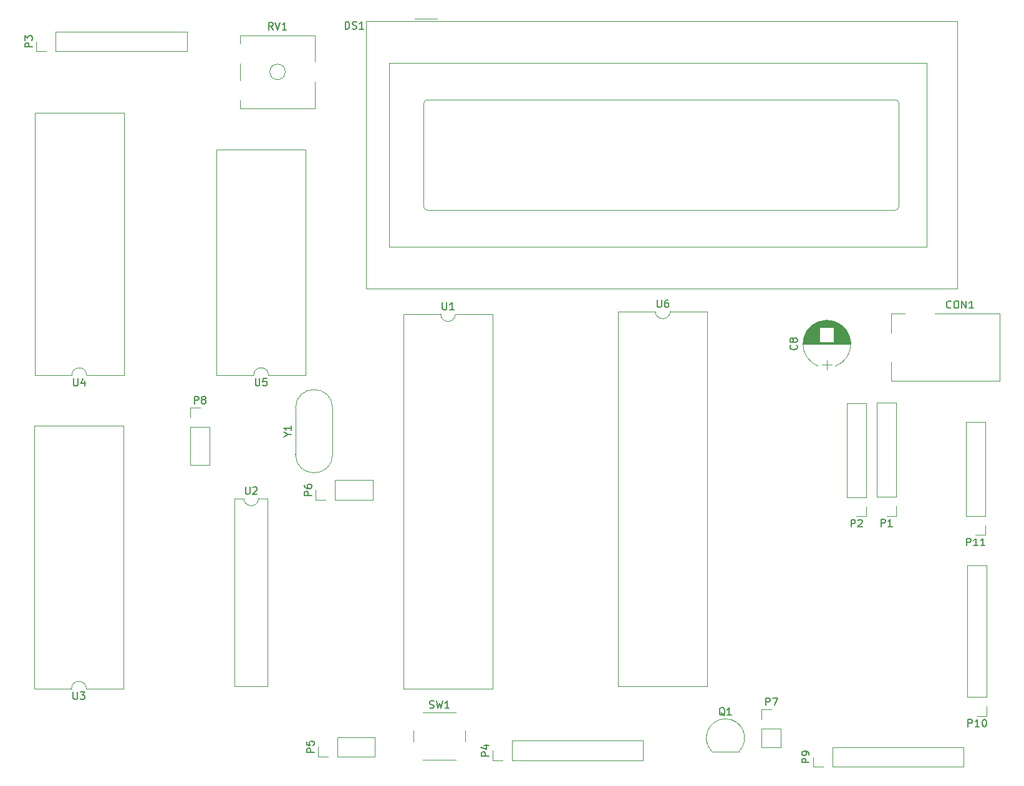
<source format=gto>
G04 #@! TF.FileFunction,Legend,Top*
%FSLAX46Y46*%
G04 Gerber Fmt 4.6, Leading zero omitted, Abs format (unit mm)*
G04 Created by KiCad (PCBNEW 4.0.4-stable) date 01/15/23 21:29:53*
%MOMM*%
%LPD*%
G01*
G04 APERTURE LIST*
%ADD10C,0.100000*%
%ADD11C,0.120000*%
%ADD12C,0.150000*%
G04 APERTURE END LIST*
D10*
D11*
X143829464Y-91236180D02*
G75*
G03X143828600Y-97271482I1179136J-3017820D01*
G01*
X146187736Y-91236180D02*
G75*
G02X146188600Y-97271482I-1179136J-3017820D01*
G01*
X146187736Y-91236180D02*
G75*
G03X143828600Y-91236518I-1179136J-3017820D01*
G01*
X141808600Y-94254000D02*
X148208600Y-94254000D01*
X141808600Y-94214000D02*
X148208600Y-94214000D01*
X141808600Y-94174000D02*
X148208600Y-94174000D01*
X141810600Y-94134000D02*
X148206600Y-94134000D01*
X141811600Y-94094000D02*
X148205600Y-94094000D01*
X141814600Y-94054000D02*
X148202600Y-94054000D01*
X141816600Y-94014000D02*
X148200600Y-94014000D01*
X141820600Y-93974000D02*
X144028600Y-93974000D01*
X145988600Y-93974000D02*
X148196600Y-93974000D01*
X141823600Y-93934000D02*
X144028600Y-93934000D01*
X145988600Y-93934000D02*
X148193600Y-93934000D01*
X141828600Y-93894000D02*
X144028600Y-93894000D01*
X145988600Y-93894000D02*
X148188600Y-93894000D01*
X141832600Y-93854000D02*
X144028600Y-93854000D01*
X145988600Y-93854000D02*
X148184600Y-93854000D01*
X141838600Y-93814000D02*
X144028600Y-93814000D01*
X145988600Y-93814000D02*
X148178600Y-93814000D01*
X141843600Y-93774000D02*
X144028600Y-93774000D01*
X145988600Y-93774000D02*
X148173600Y-93774000D01*
X141850600Y-93734000D02*
X144028600Y-93734000D01*
X145988600Y-93734000D02*
X148166600Y-93734000D01*
X141856600Y-93694000D02*
X144028600Y-93694000D01*
X145988600Y-93694000D02*
X148160600Y-93694000D01*
X141864600Y-93654000D02*
X144028600Y-93654000D01*
X145988600Y-93654000D02*
X148152600Y-93654000D01*
X141871600Y-93614000D02*
X144028600Y-93614000D01*
X145988600Y-93614000D02*
X148145600Y-93614000D01*
X141880600Y-93574000D02*
X144028600Y-93574000D01*
X145988600Y-93574000D02*
X148136600Y-93574000D01*
X141889600Y-93533000D02*
X144028600Y-93533000D01*
X145988600Y-93533000D02*
X148127600Y-93533000D01*
X141898600Y-93493000D02*
X144028600Y-93493000D01*
X145988600Y-93493000D02*
X148118600Y-93493000D01*
X141908600Y-93453000D02*
X144028600Y-93453000D01*
X145988600Y-93453000D02*
X148108600Y-93453000D01*
X141918600Y-93413000D02*
X144028600Y-93413000D01*
X145988600Y-93413000D02*
X148098600Y-93413000D01*
X141929600Y-93373000D02*
X144028600Y-93373000D01*
X145988600Y-93373000D02*
X148087600Y-93373000D01*
X141941600Y-93333000D02*
X144028600Y-93333000D01*
X145988600Y-93333000D02*
X148075600Y-93333000D01*
X141953600Y-93293000D02*
X144028600Y-93293000D01*
X145988600Y-93293000D02*
X148063600Y-93293000D01*
X141966600Y-93253000D02*
X144028600Y-93253000D01*
X145988600Y-93253000D02*
X148050600Y-93253000D01*
X141979600Y-93213000D02*
X144028600Y-93213000D01*
X145988600Y-93213000D02*
X148037600Y-93213000D01*
X141993600Y-93173000D02*
X144028600Y-93173000D01*
X145988600Y-93173000D02*
X148023600Y-93173000D01*
X142007600Y-93133000D02*
X144028600Y-93133000D01*
X145988600Y-93133000D02*
X148009600Y-93133000D01*
X142022600Y-93093000D02*
X144028600Y-93093000D01*
X145988600Y-93093000D02*
X147994600Y-93093000D01*
X142038600Y-93053000D02*
X144028600Y-93053000D01*
X145988600Y-93053000D02*
X147978600Y-93053000D01*
X142054600Y-93013000D02*
X144028600Y-93013000D01*
X145988600Y-93013000D02*
X147962600Y-93013000D01*
X142071600Y-92973000D02*
X144028600Y-92973000D01*
X145988600Y-92973000D02*
X147945600Y-92973000D01*
X142089600Y-92933000D02*
X144028600Y-92933000D01*
X145988600Y-92933000D02*
X147927600Y-92933000D01*
X142107600Y-92893000D02*
X144028600Y-92893000D01*
X145988600Y-92893000D02*
X147909600Y-92893000D01*
X142126600Y-92853000D02*
X144028600Y-92853000D01*
X145988600Y-92853000D02*
X147890600Y-92853000D01*
X142145600Y-92813000D02*
X144028600Y-92813000D01*
X145988600Y-92813000D02*
X147871600Y-92813000D01*
X142165600Y-92773000D02*
X144028600Y-92773000D01*
X145988600Y-92773000D02*
X147851600Y-92773000D01*
X142186600Y-92733000D02*
X144028600Y-92733000D01*
X145988600Y-92733000D02*
X147830600Y-92733000D01*
X142208600Y-92693000D02*
X144028600Y-92693000D01*
X145988600Y-92693000D02*
X147808600Y-92693000D01*
X142230600Y-92653000D02*
X144028600Y-92653000D01*
X145988600Y-92653000D02*
X147786600Y-92653000D01*
X142253600Y-92613000D02*
X144028600Y-92613000D01*
X145988600Y-92613000D02*
X147763600Y-92613000D01*
X142277600Y-92573000D02*
X144028600Y-92573000D01*
X145988600Y-92573000D02*
X147739600Y-92573000D01*
X142302600Y-92533000D02*
X144028600Y-92533000D01*
X145988600Y-92533000D02*
X147714600Y-92533000D01*
X142327600Y-92493000D02*
X144028600Y-92493000D01*
X145988600Y-92493000D02*
X147689600Y-92493000D01*
X142354600Y-92453000D02*
X144028600Y-92453000D01*
X145988600Y-92453000D02*
X147662600Y-92453000D01*
X142381600Y-92413000D02*
X144028600Y-92413000D01*
X145988600Y-92413000D02*
X147635600Y-92413000D01*
X142409600Y-92373000D02*
X144028600Y-92373000D01*
X145988600Y-92373000D02*
X147607600Y-92373000D01*
X142438600Y-92333000D02*
X144028600Y-92333000D01*
X145988600Y-92333000D02*
X147578600Y-92333000D01*
X142468600Y-92293000D02*
X144028600Y-92293000D01*
X145988600Y-92293000D02*
X147548600Y-92293000D01*
X142498600Y-92253000D02*
X144028600Y-92253000D01*
X145988600Y-92253000D02*
X147518600Y-92253000D01*
X142530600Y-92213000D02*
X144028600Y-92213000D01*
X145988600Y-92213000D02*
X147486600Y-92213000D01*
X142563600Y-92173000D02*
X144028600Y-92173000D01*
X145988600Y-92173000D02*
X147453600Y-92173000D01*
X142597600Y-92133000D02*
X144028600Y-92133000D01*
X145988600Y-92133000D02*
X147419600Y-92133000D01*
X142633600Y-92093000D02*
X144028600Y-92093000D01*
X145988600Y-92093000D02*
X147383600Y-92093000D01*
X142669600Y-92053000D02*
X144028600Y-92053000D01*
X145988600Y-92053000D02*
X147347600Y-92053000D01*
X142707600Y-92013000D02*
X147309600Y-92013000D01*
X142746600Y-91973000D02*
X147270600Y-91973000D01*
X142786600Y-91933000D02*
X147230600Y-91933000D01*
X142828600Y-91893000D02*
X147188600Y-91893000D01*
X142871600Y-91853000D02*
X147145600Y-91853000D01*
X142916600Y-91813000D02*
X147100600Y-91813000D01*
X142963600Y-91773000D02*
X147053600Y-91773000D01*
X143011600Y-91733000D02*
X147005600Y-91733000D01*
X143062600Y-91693000D02*
X146954600Y-91693000D01*
X143114600Y-91653000D02*
X146902600Y-91653000D01*
X143169600Y-91613000D02*
X146847600Y-91613000D01*
X143227600Y-91573000D02*
X146789600Y-91573000D01*
X143287600Y-91533000D02*
X146729600Y-91533000D01*
X143350600Y-91493000D02*
X146666600Y-91493000D01*
X143417600Y-91453000D02*
X146599600Y-91453000D01*
X143488600Y-91413000D02*
X146528600Y-91413000D01*
X143563600Y-91373000D02*
X146453600Y-91373000D01*
X143644600Y-91333000D02*
X146372600Y-91333000D01*
X143730600Y-91293000D02*
X146286600Y-91293000D01*
X143824600Y-91253000D02*
X146192600Y-91253000D01*
X143927600Y-91213000D02*
X146089600Y-91213000D01*
X144042600Y-91173000D02*
X145974600Y-91173000D01*
X144174600Y-91133000D02*
X145842600Y-91133000D01*
X144332600Y-91093000D02*
X145684600Y-91093000D01*
X144540600Y-91053000D02*
X145476600Y-91053000D01*
X145008600Y-97704000D02*
X145008600Y-96504000D01*
X144358600Y-97104000D02*
X145658600Y-97104000D01*
X159635200Y-90091200D02*
X168435200Y-90091200D01*
X168435200Y-90091200D02*
X168435200Y-99291200D01*
X153735200Y-92791200D02*
X153735200Y-90091200D01*
X153735200Y-90091200D02*
X155635200Y-90091200D01*
X168435200Y-99291200D02*
X153735200Y-99291200D01*
X153735200Y-99291200D02*
X153735200Y-96691200D01*
X82436400Y-86726000D02*
X162716400Y-86726000D01*
X162716400Y-86726000D02*
X162716400Y-50446000D01*
X162716400Y-50446000D02*
X83236400Y-50446000D01*
X82436400Y-50446000D02*
X82436400Y-86726000D01*
X82446400Y-50446000D02*
X83236400Y-50446000D01*
X89076400Y-50086000D02*
X92076400Y-50086000D01*
X90776400Y-61086000D02*
X154276400Y-61086000D01*
X90276680Y-75585320D02*
X90276680Y-61586000D01*
X154277060Y-76086000D02*
X90776400Y-76086000D01*
X154776400Y-61586000D02*
X154776400Y-75586000D01*
X154776400Y-61586000D02*
G75*
G03X154276400Y-61086000I-500000J0D01*
G01*
X154277060Y-76085700D02*
G75*
G03X154777440Y-75585320I0J500380D01*
G01*
X90276680Y-75585320D02*
G75*
G03X90777060Y-76085700I500380J0D01*
G01*
X90777060Y-61084460D02*
G75*
G03X90276680Y-61584840I0J-500380D01*
G01*
X85576400Y-56086000D02*
X158576400Y-56086000D01*
X158576400Y-56086000D02*
X158576400Y-81086000D01*
X158576400Y-81086000D02*
X85576400Y-81086000D01*
X85576400Y-81086000D02*
X85576400Y-56086000D01*
X154441200Y-102251200D02*
X151781200Y-102251200D01*
X154441200Y-115011200D02*
X154441200Y-102251200D01*
X151781200Y-115011200D02*
X151781200Y-102251200D01*
X154441200Y-115011200D02*
X151781200Y-115011200D01*
X154441200Y-116281200D02*
X154441200Y-117611200D01*
X154441200Y-117611200D02*
X153111200Y-117611200D01*
X150351800Y-102302000D02*
X147691800Y-102302000D01*
X150351800Y-115062000D02*
X150351800Y-102302000D01*
X147691800Y-115062000D02*
X147691800Y-102302000D01*
X150351800Y-115062000D02*
X147691800Y-115062000D01*
X150351800Y-116332000D02*
X150351800Y-117662000D01*
X150351800Y-117662000D02*
X149021800Y-117662000D01*
X58124400Y-54517600D02*
X58124400Y-51857600D01*
X40284400Y-54517600D02*
X58124400Y-54517600D01*
X40284400Y-51857600D02*
X58124400Y-51857600D01*
X40284400Y-54517600D02*
X40284400Y-51857600D01*
X39014400Y-54517600D02*
X37684400Y-54517600D01*
X37684400Y-54517600D02*
X37684400Y-53187600D01*
X120075000Y-150809000D02*
X120075000Y-148149000D01*
X102235000Y-150809000D02*
X120075000Y-150809000D01*
X102235000Y-148149000D02*
X120075000Y-148149000D01*
X102235000Y-150809000D02*
X102235000Y-148149000D01*
X100965000Y-150809000D02*
X99635000Y-150809000D01*
X99635000Y-150809000D02*
X99635000Y-149479000D01*
X83676800Y-150326400D02*
X83676800Y-147666400D01*
X78536800Y-150326400D02*
X83676800Y-150326400D01*
X78536800Y-147666400D02*
X83676800Y-147666400D01*
X78536800Y-150326400D02*
X78536800Y-147666400D01*
X77266800Y-150326400D02*
X75936800Y-150326400D01*
X75936800Y-150326400D02*
X75936800Y-148996400D01*
X83372000Y-115426800D02*
X83372000Y-112766800D01*
X78232000Y-115426800D02*
X83372000Y-115426800D01*
X78232000Y-112766800D02*
X83372000Y-112766800D01*
X78232000Y-115426800D02*
X78232000Y-112766800D01*
X76962000Y-115426800D02*
X75632000Y-115426800D01*
X75632000Y-115426800D02*
X75632000Y-114096800D01*
X136134800Y-149081800D02*
X138794800Y-149081800D01*
X136134800Y-146481800D02*
X136134800Y-149081800D01*
X138794800Y-146481800D02*
X138794800Y-149081800D01*
X136134800Y-146481800D02*
X138794800Y-146481800D01*
X136134800Y-145211800D02*
X136134800Y-143881800D01*
X136134800Y-143881800D02*
X137464800Y-143881800D01*
X58563200Y-110677000D02*
X61223200Y-110677000D01*
X58563200Y-105537000D02*
X58563200Y-110677000D01*
X61223200Y-105537000D02*
X61223200Y-110677000D01*
X58563200Y-105537000D02*
X61223200Y-105537000D01*
X58563200Y-104267000D02*
X58563200Y-102937000D01*
X58563200Y-102937000D02*
X59893200Y-102937000D01*
X163585200Y-151698000D02*
X163585200Y-149038000D01*
X145745200Y-151698000D02*
X163585200Y-151698000D01*
X145745200Y-149038000D02*
X163585200Y-149038000D01*
X145745200Y-151698000D02*
X145745200Y-149038000D01*
X144475200Y-151698000D02*
X143145200Y-151698000D01*
X143145200Y-151698000D02*
X143145200Y-150368000D01*
X166734800Y-124349200D02*
X164074800Y-124349200D01*
X166734800Y-142189200D02*
X166734800Y-124349200D01*
X164074800Y-142189200D02*
X164074800Y-124349200D01*
X166734800Y-142189200D02*
X164074800Y-142189200D01*
X166734800Y-143459200D02*
X166734800Y-144789200D01*
X166734800Y-144789200D02*
X165404800Y-144789200D01*
X166531600Y-104842000D02*
X163871600Y-104842000D01*
X166531600Y-117602000D02*
X166531600Y-104842000D01*
X163871600Y-117602000D02*
X163871600Y-104842000D01*
X166531600Y-117602000D02*
X163871600Y-117602000D01*
X166531600Y-118872000D02*
X166531600Y-120202000D01*
X166531600Y-120202000D02*
X165201600Y-120202000D01*
X129441800Y-149627200D02*
X133041800Y-149627200D01*
X129403322Y-149615678D02*
G75*
G02X131241800Y-145177200I1838478J1838478D01*
G01*
X133080278Y-149615678D02*
G75*
G03X131241800Y-145177200I-1838478J1838478D01*
G01*
X71480400Y-57291600D02*
G75*
G03X71480400Y-57291600I-1050000J0D01*
G01*
X65370400Y-52330600D02*
X75490400Y-52330600D01*
X65370400Y-62251600D02*
X75490400Y-62251600D01*
X65370400Y-52330600D02*
X65370400Y-53426600D01*
X65370400Y-56156600D02*
X65370400Y-58426600D01*
X65370400Y-61156600D02*
X65370400Y-62251600D01*
X75490400Y-52330600D02*
X75490400Y-55926600D01*
X75490400Y-58656600D02*
X75490400Y-62251600D01*
X90154000Y-150788000D02*
X94654000Y-150788000D01*
X88904000Y-146788000D02*
X88904000Y-148288000D01*
X94654000Y-144288000D02*
X90154000Y-144288000D01*
X95904000Y-148288000D02*
X95904000Y-146788000D01*
X94573600Y-90186200D02*
G75*
G02X92573600Y-90186200I-1000000J0D01*
G01*
X92573600Y-90186200D02*
X87513600Y-90186200D01*
X87513600Y-90186200D02*
X87513600Y-141106200D01*
X87513600Y-141106200D02*
X99633600Y-141106200D01*
X99633600Y-141106200D02*
X99633600Y-90186200D01*
X99633600Y-90186200D02*
X94573600Y-90186200D01*
X67852800Y-115230600D02*
G75*
G02X65852800Y-115230600I-1000000J0D01*
G01*
X65852800Y-115230600D02*
X64602800Y-115230600D01*
X64602800Y-115230600D02*
X64602800Y-140750600D01*
X64602800Y-140750600D02*
X69102800Y-140750600D01*
X69102800Y-140750600D02*
X69102800Y-115230600D01*
X69102800Y-115230600D02*
X67852800Y-115230600D01*
X42459400Y-141080800D02*
G75*
G02X44459400Y-141080800I1000000J0D01*
G01*
X44459400Y-141080800D02*
X49519400Y-141080800D01*
X49519400Y-141080800D02*
X49519400Y-105400800D01*
X49519400Y-105400800D02*
X37399400Y-105400800D01*
X37399400Y-105400800D02*
X37399400Y-141080800D01*
X37399400Y-141080800D02*
X42459400Y-141080800D01*
X42510200Y-98510400D02*
G75*
G02X44510200Y-98510400I1000000J0D01*
G01*
X44510200Y-98510400D02*
X49570200Y-98510400D01*
X49570200Y-98510400D02*
X49570200Y-62830400D01*
X49570200Y-62830400D02*
X37450200Y-62830400D01*
X37450200Y-62830400D02*
X37450200Y-98510400D01*
X37450200Y-98510400D02*
X42510200Y-98510400D01*
X67199000Y-98485000D02*
G75*
G02X69199000Y-98485000I1000000J0D01*
G01*
X69199000Y-98485000D02*
X74259000Y-98485000D01*
X74259000Y-98485000D02*
X74259000Y-67885000D01*
X74259000Y-67885000D02*
X62139000Y-67885000D01*
X62139000Y-67885000D02*
X62139000Y-98485000D01*
X62139000Y-98485000D02*
X67199000Y-98485000D01*
X123732800Y-89830600D02*
G75*
G02X121732800Y-89830600I-1000000J0D01*
G01*
X121732800Y-89830600D02*
X116672800Y-89830600D01*
X116672800Y-89830600D02*
X116672800Y-140750600D01*
X116672800Y-140750600D02*
X128792800Y-140750600D01*
X128792800Y-140750600D02*
X128792800Y-89830600D01*
X128792800Y-89830600D02*
X123732800Y-89830600D01*
X72862200Y-109234600D02*
X72862200Y-102984600D01*
X77912200Y-109234600D02*
X77912200Y-102984600D01*
X77912200Y-109234600D02*
G75*
G02X72862200Y-109234600I-2525000J0D01*
G01*
X77912200Y-102984600D02*
G75*
G03X72862200Y-102984600I-2525000J0D01*
G01*
D12*
X140905743Y-94420666D02*
X140953362Y-94468285D01*
X141000981Y-94611142D01*
X141000981Y-94706380D01*
X140953362Y-94849238D01*
X140858124Y-94944476D01*
X140762886Y-94992095D01*
X140572410Y-95039714D01*
X140429552Y-95039714D01*
X140239076Y-94992095D01*
X140143838Y-94944476D01*
X140048600Y-94849238D01*
X140000981Y-94706380D01*
X140000981Y-94611142D01*
X140048600Y-94468285D01*
X140096219Y-94420666D01*
X140429552Y-93849238D02*
X140381933Y-93944476D01*
X140334314Y-93992095D01*
X140239076Y-94039714D01*
X140191457Y-94039714D01*
X140096219Y-93992095D01*
X140048600Y-93944476D01*
X140000981Y-93849238D01*
X140000981Y-93658761D01*
X140048600Y-93563523D01*
X140096219Y-93515904D01*
X140191457Y-93468285D01*
X140239076Y-93468285D01*
X140334314Y-93515904D01*
X140381933Y-93563523D01*
X140429552Y-93658761D01*
X140429552Y-93849238D01*
X140477171Y-93944476D01*
X140524790Y-93992095D01*
X140620029Y-94039714D01*
X140810505Y-94039714D01*
X140905743Y-93992095D01*
X140953362Y-93944476D01*
X141000981Y-93849238D01*
X141000981Y-93658761D01*
X140953362Y-93563523D01*
X140905743Y-93515904D01*
X140810505Y-93468285D01*
X140620029Y-93468285D01*
X140524790Y-93515904D01*
X140477171Y-93563523D01*
X140429552Y-93658761D01*
X161870915Y-89298343D02*
X161823296Y-89345962D01*
X161680439Y-89393581D01*
X161585201Y-89393581D01*
X161442343Y-89345962D01*
X161347105Y-89250724D01*
X161299486Y-89155486D01*
X161251867Y-88965010D01*
X161251867Y-88822152D01*
X161299486Y-88631676D01*
X161347105Y-88536438D01*
X161442343Y-88441200D01*
X161585201Y-88393581D01*
X161680439Y-88393581D01*
X161823296Y-88441200D01*
X161870915Y-88488819D01*
X162489962Y-88393581D02*
X162680439Y-88393581D01*
X162775677Y-88441200D01*
X162870915Y-88536438D01*
X162918534Y-88726914D01*
X162918534Y-89060248D01*
X162870915Y-89250724D01*
X162775677Y-89345962D01*
X162680439Y-89393581D01*
X162489962Y-89393581D01*
X162394724Y-89345962D01*
X162299486Y-89250724D01*
X162251867Y-89060248D01*
X162251867Y-88726914D01*
X162299486Y-88536438D01*
X162394724Y-88441200D01*
X162489962Y-88393581D01*
X163347105Y-89393581D02*
X163347105Y-88393581D01*
X163918534Y-89393581D01*
X163918534Y-88393581D01*
X164918534Y-89393581D02*
X164347105Y-89393581D01*
X164632819Y-89393581D02*
X164632819Y-88393581D01*
X164537581Y-88536438D01*
X164442343Y-88631676D01*
X164347105Y-88679295D01*
X79633914Y-51480981D02*
X79633914Y-50480981D01*
X79872009Y-50480981D01*
X80014867Y-50528600D01*
X80110105Y-50623838D01*
X80157724Y-50719076D01*
X80205343Y-50909552D01*
X80205343Y-51052410D01*
X80157724Y-51242886D01*
X80110105Y-51338124D01*
X80014867Y-51433362D01*
X79872009Y-51480981D01*
X79633914Y-51480981D01*
X80586295Y-51433362D02*
X80729152Y-51480981D01*
X80967248Y-51480981D01*
X81062486Y-51433362D01*
X81110105Y-51385743D01*
X81157724Y-51290505D01*
X81157724Y-51195267D01*
X81110105Y-51100029D01*
X81062486Y-51052410D01*
X80967248Y-51004790D01*
X80776771Y-50957171D01*
X80681533Y-50909552D01*
X80633914Y-50861933D01*
X80586295Y-50766695D01*
X80586295Y-50671457D01*
X80633914Y-50576219D01*
X80681533Y-50528600D01*
X80776771Y-50480981D01*
X81014867Y-50480981D01*
X81157724Y-50528600D01*
X82110105Y-51480981D02*
X81538676Y-51480981D01*
X81824390Y-51480981D02*
X81824390Y-50480981D01*
X81729152Y-50623838D01*
X81633914Y-50719076D01*
X81538676Y-50766695D01*
X152373105Y-119063581D02*
X152373105Y-118063581D01*
X152754058Y-118063581D01*
X152849296Y-118111200D01*
X152896915Y-118158819D01*
X152944534Y-118254057D01*
X152944534Y-118396914D01*
X152896915Y-118492152D01*
X152849296Y-118539771D01*
X152754058Y-118587390D01*
X152373105Y-118587390D01*
X153896915Y-119063581D02*
X153325486Y-119063581D01*
X153611200Y-119063581D02*
X153611200Y-118063581D01*
X153515962Y-118206438D01*
X153420724Y-118301676D01*
X153325486Y-118349295D01*
X148283705Y-119114381D02*
X148283705Y-118114381D01*
X148664658Y-118114381D01*
X148759896Y-118162000D01*
X148807515Y-118209619D01*
X148855134Y-118304857D01*
X148855134Y-118447714D01*
X148807515Y-118542952D01*
X148759896Y-118590571D01*
X148664658Y-118638190D01*
X148283705Y-118638190D01*
X149236086Y-118209619D02*
X149283705Y-118162000D01*
X149378943Y-118114381D01*
X149617039Y-118114381D01*
X149712277Y-118162000D01*
X149759896Y-118209619D01*
X149807515Y-118304857D01*
X149807515Y-118400095D01*
X149759896Y-118542952D01*
X149188467Y-119114381D01*
X149807515Y-119114381D01*
X37136781Y-53925695D02*
X36136781Y-53925695D01*
X36136781Y-53544742D01*
X36184400Y-53449504D01*
X36232019Y-53401885D01*
X36327257Y-53354266D01*
X36470114Y-53354266D01*
X36565352Y-53401885D01*
X36612971Y-53449504D01*
X36660590Y-53544742D01*
X36660590Y-53925695D01*
X36136781Y-53020933D02*
X36136781Y-52401885D01*
X36517733Y-52735219D01*
X36517733Y-52592361D01*
X36565352Y-52497123D01*
X36612971Y-52449504D01*
X36708210Y-52401885D01*
X36946305Y-52401885D01*
X37041543Y-52449504D01*
X37089162Y-52497123D01*
X37136781Y-52592361D01*
X37136781Y-52878076D01*
X37089162Y-52973314D01*
X37041543Y-53020933D01*
X99087381Y-150217095D02*
X98087381Y-150217095D01*
X98087381Y-149836142D01*
X98135000Y-149740904D01*
X98182619Y-149693285D01*
X98277857Y-149645666D01*
X98420714Y-149645666D01*
X98515952Y-149693285D01*
X98563571Y-149740904D01*
X98611190Y-149836142D01*
X98611190Y-150217095D01*
X98420714Y-148788523D02*
X99087381Y-148788523D01*
X98039762Y-149026619D02*
X98754048Y-149264714D01*
X98754048Y-148645666D01*
X75389181Y-149734495D02*
X74389181Y-149734495D01*
X74389181Y-149353542D01*
X74436800Y-149258304D01*
X74484419Y-149210685D01*
X74579657Y-149163066D01*
X74722514Y-149163066D01*
X74817752Y-149210685D01*
X74865371Y-149258304D01*
X74912990Y-149353542D01*
X74912990Y-149734495D01*
X74389181Y-148258304D02*
X74389181Y-148734495D01*
X74865371Y-148782114D01*
X74817752Y-148734495D01*
X74770133Y-148639257D01*
X74770133Y-148401161D01*
X74817752Y-148305923D01*
X74865371Y-148258304D01*
X74960610Y-148210685D01*
X75198705Y-148210685D01*
X75293943Y-148258304D01*
X75341562Y-148305923D01*
X75389181Y-148401161D01*
X75389181Y-148639257D01*
X75341562Y-148734495D01*
X75293943Y-148782114D01*
X75084381Y-114834895D02*
X74084381Y-114834895D01*
X74084381Y-114453942D01*
X74132000Y-114358704D01*
X74179619Y-114311085D01*
X74274857Y-114263466D01*
X74417714Y-114263466D01*
X74512952Y-114311085D01*
X74560571Y-114358704D01*
X74608190Y-114453942D01*
X74608190Y-114834895D01*
X74084381Y-113406323D02*
X74084381Y-113596800D01*
X74132000Y-113692038D01*
X74179619Y-113739657D01*
X74322476Y-113834895D01*
X74512952Y-113882514D01*
X74893905Y-113882514D01*
X74989143Y-113834895D01*
X75036762Y-113787276D01*
X75084381Y-113692038D01*
X75084381Y-113501561D01*
X75036762Y-113406323D01*
X74989143Y-113358704D01*
X74893905Y-113311085D01*
X74655810Y-113311085D01*
X74560571Y-113358704D01*
X74512952Y-113406323D01*
X74465333Y-113501561D01*
X74465333Y-113692038D01*
X74512952Y-113787276D01*
X74560571Y-113834895D01*
X74655810Y-113882514D01*
X136726705Y-143334181D02*
X136726705Y-142334181D01*
X137107658Y-142334181D01*
X137202896Y-142381800D01*
X137250515Y-142429419D01*
X137298134Y-142524657D01*
X137298134Y-142667514D01*
X137250515Y-142762752D01*
X137202896Y-142810371D01*
X137107658Y-142857990D01*
X136726705Y-142857990D01*
X137631467Y-142334181D02*
X138298134Y-142334181D01*
X137869562Y-143334181D01*
X59155105Y-102389381D02*
X59155105Y-101389381D01*
X59536058Y-101389381D01*
X59631296Y-101437000D01*
X59678915Y-101484619D01*
X59726534Y-101579857D01*
X59726534Y-101722714D01*
X59678915Y-101817952D01*
X59631296Y-101865571D01*
X59536058Y-101913190D01*
X59155105Y-101913190D01*
X60297962Y-101817952D02*
X60202724Y-101770333D01*
X60155105Y-101722714D01*
X60107486Y-101627476D01*
X60107486Y-101579857D01*
X60155105Y-101484619D01*
X60202724Y-101437000D01*
X60297962Y-101389381D01*
X60488439Y-101389381D01*
X60583677Y-101437000D01*
X60631296Y-101484619D01*
X60678915Y-101579857D01*
X60678915Y-101627476D01*
X60631296Y-101722714D01*
X60583677Y-101770333D01*
X60488439Y-101817952D01*
X60297962Y-101817952D01*
X60202724Y-101865571D01*
X60155105Y-101913190D01*
X60107486Y-102008429D01*
X60107486Y-102198905D01*
X60155105Y-102294143D01*
X60202724Y-102341762D01*
X60297962Y-102389381D01*
X60488439Y-102389381D01*
X60583677Y-102341762D01*
X60631296Y-102294143D01*
X60678915Y-102198905D01*
X60678915Y-102008429D01*
X60631296Y-101913190D01*
X60583677Y-101865571D01*
X60488439Y-101817952D01*
X142597581Y-151106095D02*
X141597581Y-151106095D01*
X141597581Y-150725142D01*
X141645200Y-150629904D01*
X141692819Y-150582285D01*
X141788057Y-150534666D01*
X141930914Y-150534666D01*
X142026152Y-150582285D01*
X142073771Y-150629904D01*
X142121390Y-150725142D01*
X142121390Y-151106095D01*
X142597581Y-150058476D02*
X142597581Y-149868000D01*
X142549962Y-149772761D01*
X142502343Y-149725142D01*
X142359486Y-149629904D01*
X142169010Y-149582285D01*
X141788057Y-149582285D01*
X141692819Y-149629904D01*
X141645200Y-149677523D01*
X141597581Y-149772761D01*
X141597581Y-149963238D01*
X141645200Y-150058476D01*
X141692819Y-150106095D01*
X141788057Y-150153714D01*
X142026152Y-150153714D01*
X142121390Y-150106095D01*
X142169010Y-150058476D01*
X142216629Y-149963238D01*
X142216629Y-149772761D01*
X142169010Y-149677523D01*
X142121390Y-149629904D01*
X142026152Y-149582285D01*
X164190514Y-146241581D02*
X164190514Y-145241581D01*
X164571467Y-145241581D01*
X164666705Y-145289200D01*
X164714324Y-145336819D01*
X164761943Y-145432057D01*
X164761943Y-145574914D01*
X164714324Y-145670152D01*
X164666705Y-145717771D01*
X164571467Y-145765390D01*
X164190514Y-145765390D01*
X165714324Y-146241581D02*
X165142895Y-146241581D01*
X165428609Y-146241581D02*
X165428609Y-145241581D01*
X165333371Y-145384438D01*
X165238133Y-145479676D01*
X165142895Y-145527295D01*
X166333371Y-145241581D02*
X166428610Y-145241581D01*
X166523848Y-145289200D01*
X166571467Y-145336819D01*
X166619086Y-145432057D01*
X166666705Y-145622533D01*
X166666705Y-145860629D01*
X166619086Y-146051105D01*
X166571467Y-146146343D01*
X166523848Y-146193962D01*
X166428610Y-146241581D01*
X166333371Y-146241581D01*
X166238133Y-146193962D01*
X166190514Y-146146343D01*
X166142895Y-146051105D01*
X166095276Y-145860629D01*
X166095276Y-145622533D01*
X166142895Y-145432057D01*
X166190514Y-145336819D01*
X166238133Y-145289200D01*
X166333371Y-145241581D01*
X163987314Y-121654381D02*
X163987314Y-120654381D01*
X164368267Y-120654381D01*
X164463505Y-120702000D01*
X164511124Y-120749619D01*
X164558743Y-120844857D01*
X164558743Y-120987714D01*
X164511124Y-121082952D01*
X164463505Y-121130571D01*
X164368267Y-121178190D01*
X163987314Y-121178190D01*
X165511124Y-121654381D02*
X164939695Y-121654381D01*
X165225409Y-121654381D02*
X165225409Y-120654381D01*
X165130171Y-120797238D01*
X165034933Y-120892476D01*
X164939695Y-120940095D01*
X166463505Y-121654381D02*
X165892076Y-121654381D01*
X166177790Y-121654381D02*
X166177790Y-120654381D01*
X166082552Y-120797238D01*
X165987314Y-120892476D01*
X165892076Y-120940095D01*
X131146562Y-144764819D02*
X131051324Y-144717200D01*
X130956086Y-144621962D01*
X130813229Y-144479105D01*
X130717990Y-144431486D01*
X130622752Y-144431486D01*
X130670371Y-144669581D02*
X130575133Y-144621962D01*
X130479895Y-144526724D01*
X130432276Y-144336248D01*
X130432276Y-144002914D01*
X130479895Y-143812438D01*
X130575133Y-143717200D01*
X130670371Y-143669581D01*
X130860848Y-143669581D01*
X130956086Y-143717200D01*
X131051324Y-143812438D01*
X131098943Y-144002914D01*
X131098943Y-144336248D01*
X131051324Y-144526724D01*
X130956086Y-144621962D01*
X130860848Y-144669581D01*
X130670371Y-144669581D01*
X132051324Y-144669581D02*
X131479895Y-144669581D01*
X131765609Y-144669581D02*
X131765609Y-143669581D01*
X131670371Y-143812438D01*
X131575133Y-143907676D01*
X131479895Y-143955295D01*
X69835162Y-51593981D02*
X69501828Y-51117790D01*
X69263733Y-51593981D02*
X69263733Y-50593981D01*
X69644686Y-50593981D01*
X69739924Y-50641600D01*
X69787543Y-50689219D01*
X69835162Y-50784457D01*
X69835162Y-50927314D01*
X69787543Y-51022552D01*
X69739924Y-51070171D01*
X69644686Y-51117790D01*
X69263733Y-51117790D01*
X70120876Y-50593981D02*
X70454209Y-51593981D01*
X70787543Y-50593981D01*
X71644686Y-51593981D02*
X71073257Y-51593981D01*
X71358971Y-51593981D02*
X71358971Y-50593981D01*
X71263733Y-50736838D01*
X71168495Y-50832076D01*
X71073257Y-50879695D01*
X91070667Y-143692762D02*
X91213524Y-143740381D01*
X91451620Y-143740381D01*
X91546858Y-143692762D01*
X91594477Y-143645143D01*
X91642096Y-143549905D01*
X91642096Y-143454667D01*
X91594477Y-143359429D01*
X91546858Y-143311810D01*
X91451620Y-143264190D01*
X91261143Y-143216571D01*
X91165905Y-143168952D01*
X91118286Y-143121333D01*
X91070667Y-143026095D01*
X91070667Y-142930857D01*
X91118286Y-142835619D01*
X91165905Y-142788000D01*
X91261143Y-142740381D01*
X91499239Y-142740381D01*
X91642096Y-142788000D01*
X91975429Y-142740381D02*
X92213524Y-143740381D01*
X92404001Y-143026095D01*
X92594477Y-143740381D01*
X92832572Y-142740381D01*
X93737334Y-143740381D02*
X93165905Y-143740381D01*
X93451619Y-143740381D02*
X93451619Y-142740381D01*
X93356381Y-142883238D01*
X93261143Y-142978476D01*
X93165905Y-143026095D01*
X92811695Y-88638581D02*
X92811695Y-89448105D01*
X92859314Y-89543343D01*
X92906933Y-89590962D01*
X93002171Y-89638581D01*
X93192648Y-89638581D01*
X93287886Y-89590962D01*
X93335505Y-89543343D01*
X93383124Y-89448105D01*
X93383124Y-88638581D01*
X94383124Y-89638581D02*
X93811695Y-89638581D01*
X94097409Y-89638581D02*
X94097409Y-88638581D01*
X94002171Y-88781438D01*
X93906933Y-88876676D01*
X93811695Y-88924295D01*
X66090895Y-113682981D02*
X66090895Y-114492505D01*
X66138514Y-114587743D01*
X66186133Y-114635362D01*
X66281371Y-114682981D01*
X66471848Y-114682981D01*
X66567086Y-114635362D01*
X66614705Y-114587743D01*
X66662324Y-114492505D01*
X66662324Y-113682981D01*
X67090895Y-113778219D02*
X67138514Y-113730600D01*
X67233752Y-113682981D01*
X67471848Y-113682981D01*
X67567086Y-113730600D01*
X67614705Y-113778219D01*
X67662324Y-113873457D01*
X67662324Y-113968695D01*
X67614705Y-114111552D01*
X67043276Y-114682981D01*
X67662324Y-114682981D01*
X42697495Y-141533181D02*
X42697495Y-142342705D01*
X42745114Y-142437943D01*
X42792733Y-142485562D01*
X42887971Y-142533181D01*
X43078448Y-142533181D01*
X43173686Y-142485562D01*
X43221305Y-142437943D01*
X43268924Y-142342705D01*
X43268924Y-141533181D01*
X43649876Y-141533181D02*
X44268924Y-141533181D01*
X43935590Y-141914133D01*
X44078448Y-141914133D01*
X44173686Y-141961752D01*
X44221305Y-142009371D01*
X44268924Y-142104610D01*
X44268924Y-142342705D01*
X44221305Y-142437943D01*
X44173686Y-142485562D01*
X44078448Y-142533181D01*
X43792733Y-142533181D01*
X43697495Y-142485562D01*
X43649876Y-142437943D01*
X42748295Y-98962781D02*
X42748295Y-99772305D01*
X42795914Y-99867543D01*
X42843533Y-99915162D01*
X42938771Y-99962781D01*
X43129248Y-99962781D01*
X43224486Y-99915162D01*
X43272105Y-99867543D01*
X43319724Y-99772305D01*
X43319724Y-98962781D01*
X44224486Y-99296114D02*
X44224486Y-99962781D01*
X43986390Y-98915162D02*
X43748295Y-99629448D01*
X44367343Y-99629448D01*
X67437095Y-98937381D02*
X67437095Y-99746905D01*
X67484714Y-99842143D01*
X67532333Y-99889762D01*
X67627571Y-99937381D01*
X67818048Y-99937381D01*
X67913286Y-99889762D01*
X67960905Y-99842143D01*
X68008524Y-99746905D01*
X68008524Y-98937381D01*
X68960905Y-98937381D02*
X68484714Y-98937381D01*
X68437095Y-99413571D01*
X68484714Y-99365952D01*
X68579952Y-99318333D01*
X68818048Y-99318333D01*
X68913286Y-99365952D01*
X68960905Y-99413571D01*
X69008524Y-99508810D01*
X69008524Y-99746905D01*
X68960905Y-99842143D01*
X68913286Y-99889762D01*
X68818048Y-99937381D01*
X68579952Y-99937381D01*
X68484714Y-99889762D01*
X68437095Y-99842143D01*
X121970895Y-88282981D02*
X121970895Y-89092505D01*
X122018514Y-89187743D01*
X122066133Y-89235362D01*
X122161371Y-89282981D01*
X122351848Y-89282981D01*
X122447086Y-89235362D01*
X122494705Y-89187743D01*
X122542324Y-89092505D01*
X122542324Y-88282981D01*
X123447086Y-88282981D02*
X123256609Y-88282981D01*
X123161371Y-88330600D01*
X123113752Y-88378219D01*
X123018514Y-88521076D01*
X122970895Y-88711552D01*
X122970895Y-89092505D01*
X123018514Y-89187743D01*
X123066133Y-89235362D01*
X123161371Y-89282981D01*
X123351848Y-89282981D01*
X123447086Y-89235362D01*
X123494705Y-89187743D01*
X123542324Y-89092505D01*
X123542324Y-88854410D01*
X123494705Y-88759171D01*
X123447086Y-88711552D01*
X123351848Y-88663933D01*
X123161371Y-88663933D01*
X123066133Y-88711552D01*
X123018514Y-88759171D01*
X122970895Y-88854410D01*
X71838390Y-106585791D02*
X72314581Y-106585791D01*
X71314581Y-106919124D02*
X71838390Y-106585791D01*
X71314581Y-106252457D01*
X72314581Y-105395314D02*
X72314581Y-105966743D01*
X72314581Y-105681029D02*
X71314581Y-105681029D01*
X71457438Y-105776267D01*
X71552676Y-105871505D01*
X71600295Y-105966743D01*
M02*

</source>
